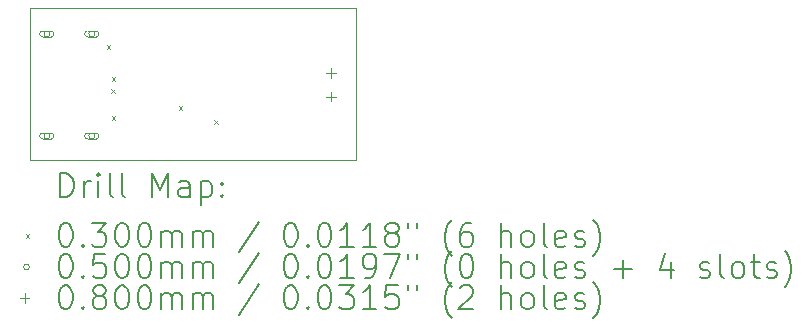
<source format=gbr>
%TF.GenerationSoftware,KiCad,Pcbnew,8.0.8*%
%TF.CreationDate,2025-02-05T16:41:27+08:00*%
%TF.ProjectId,5V24VBoostUp(USBC),35563234-5642-46f6-9f73-745570285553,rev?*%
%TF.SameCoordinates,Original*%
%TF.FileFunction,Drillmap*%
%TF.FilePolarity,Positive*%
%FSLAX45Y45*%
G04 Gerber Fmt 4.5, Leading zero omitted, Abs format (unit mm)*
G04 Created by KiCad (PCBNEW 8.0.8) date 2025-02-05 16:41:27*
%MOMM*%
%LPD*%
G01*
G04 APERTURE LIST*
%ADD10C,0.050000*%
%ADD11C,0.200000*%
%ADD12C,0.100000*%
G04 APERTURE END LIST*
D10*
X11064240Y-8666480D02*
X13827760Y-8666480D01*
X13827760Y-9951720D01*
X11064240Y-9951720D01*
X11064240Y-8666480D01*
D11*
D12*
X11717260Y-8981680D02*
X11747260Y-9011680D01*
X11747260Y-8981680D02*
X11717260Y-9011680D01*
X11755360Y-9352520D02*
X11785360Y-9382520D01*
X11785360Y-9352520D02*
X11755360Y-9382520D01*
X11757900Y-9250920D02*
X11787900Y-9280920D01*
X11787900Y-9250920D02*
X11757900Y-9280920D01*
X11757900Y-9580780D02*
X11787900Y-9610780D01*
X11787900Y-9580780D02*
X11757900Y-9610780D01*
X12326860Y-9497300D02*
X12356860Y-9527300D01*
X12356860Y-9497300D02*
X12326860Y-9527300D01*
X12626580Y-9614140D02*
X12656580Y-9644140D01*
X12656580Y-9614140D02*
X12626580Y-9644140D01*
X11234800Y-8884320D02*
G75*
G02*
X11184800Y-8884320I-25000J0D01*
G01*
X11184800Y-8884320D02*
G75*
G02*
X11234800Y-8884320I25000J0D01*
G01*
X11244800Y-8859320D02*
X11174800Y-8859320D01*
X11174800Y-8909320D02*
G75*
G02*
X11174800Y-8859320I0J25000D01*
G01*
X11174800Y-8909320D02*
X11244800Y-8909320D01*
X11244800Y-8909320D02*
G75*
G03*
X11244800Y-8859320I0J25000D01*
G01*
X11234800Y-9748320D02*
G75*
G02*
X11184800Y-9748320I-25000J0D01*
G01*
X11184800Y-9748320D02*
G75*
G02*
X11234800Y-9748320I25000J0D01*
G01*
X11244800Y-9723320D02*
X11174800Y-9723320D01*
X11174800Y-9773320D02*
G75*
G02*
X11174800Y-9723320I0J25000D01*
G01*
X11174800Y-9773320D02*
X11244800Y-9773320D01*
X11244800Y-9773320D02*
G75*
G03*
X11244800Y-9723320I0J25000D01*
G01*
X11614800Y-8884320D02*
G75*
G02*
X11564800Y-8884320I-25000J0D01*
G01*
X11564800Y-8884320D02*
G75*
G02*
X11614800Y-8884320I25000J0D01*
G01*
X11624800Y-8859320D02*
X11554800Y-8859320D01*
X11554800Y-8909320D02*
G75*
G02*
X11554800Y-8859320I0J25000D01*
G01*
X11554800Y-8909320D02*
X11624800Y-8909320D01*
X11624800Y-8909320D02*
G75*
G03*
X11624800Y-8859320I0J25000D01*
G01*
X11614800Y-9748320D02*
G75*
G02*
X11564800Y-9748320I-25000J0D01*
G01*
X11564800Y-9748320D02*
G75*
G02*
X11614800Y-9748320I25000J0D01*
G01*
X11624800Y-9723320D02*
X11554800Y-9723320D01*
X11554800Y-9773320D02*
G75*
G02*
X11554800Y-9723320I0J25000D01*
G01*
X11554800Y-9773320D02*
X11624800Y-9773320D01*
X11624800Y-9773320D02*
G75*
G03*
X11624800Y-9723320I0J25000D01*
G01*
X13616940Y-9175120D02*
X13616940Y-9255120D01*
X13576940Y-9215120D02*
X13656940Y-9215120D01*
X13616940Y-9375120D02*
X13616940Y-9455120D01*
X13576940Y-9415120D02*
X13656940Y-9415120D01*
D11*
X11322517Y-10265704D02*
X11322517Y-10065704D01*
X11322517Y-10065704D02*
X11370136Y-10065704D01*
X11370136Y-10065704D02*
X11398707Y-10075228D01*
X11398707Y-10075228D02*
X11417755Y-10094275D01*
X11417755Y-10094275D02*
X11427279Y-10113323D01*
X11427279Y-10113323D02*
X11436802Y-10151418D01*
X11436802Y-10151418D02*
X11436802Y-10179990D01*
X11436802Y-10179990D02*
X11427279Y-10218085D01*
X11427279Y-10218085D02*
X11417755Y-10237132D01*
X11417755Y-10237132D02*
X11398707Y-10256180D01*
X11398707Y-10256180D02*
X11370136Y-10265704D01*
X11370136Y-10265704D02*
X11322517Y-10265704D01*
X11522517Y-10265704D02*
X11522517Y-10132370D01*
X11522517Y-10170466D02*
X11532041Y-10151418D01*
X11532041Y-10151418D02*
X11541564Y-10141894D01*
X11541564Y-10141894D02*
X11560612Y-10132370D01*
X11560612Y-10132370D02*
X11579660Y-10132370D01*
X11646326Y-10265704D02*
X11646326Y-10132370D01*
X11646326Y-10065704D02*
X11636802Y-10075228D01*
X11636802Y-10075228D02*
X11646326Y-10084751D01*
X11646326Y-10084751D02*
X11655850Y-10075228D01*
X11655850Y-10075228D02*
X11646326Y-10065704D01*
X11646326Y-10065704D02*
X11646326Y-10084751D01*
X11770136Y-10265704D02*
X11751088Y-10256180D01*
X11751088Y-10256180D02*
X11741564Y-10237132D01*
X11741564Y-10237132D02*
X11741564Y-10065704D01*
X11874898Y-10265704D02*
X11855850Y-10256180D01*
X11855850Y-10256180D02*
X11846326Y-10237132D01*
X11846326Y-10237132D02*
X11846326Y-10065704D01*
X12103469Y-10265704D02*
X12103469Y-10065704D01*
X12103469Y-10065704D02*
X12170136Y-10208561D01*
X12170136Y-10208561D02*
X12236802Y-10065704D01*
X12236802Y-10065704D02*
X12236802Y-10265704D01*
X12417755Y-10265704D02*
X12417755Y-10160942D01*
X12417755Y-10160942D02*
X12408231Y-10141894D01*
X12408231Y-10141894D02*
X12389183Y-10132370D01*
X12389183Y-10132370D02*
X12351088Y-10132370D01*
X12351088Y-10132370D02*
X12332041Y-10141894D01*
X12417755Y-10256180D02*
X12398707Y-10265704D01*
X12398707Y-10265704D02*
X12351088Y-10265704D01*
X12351088Y-10265704D02*
X12332041Y-10256180D01*
X12332041Y-10256180D02*
X12322517Y-10237132D01*
X12322517Y-10237132D02*
X12322517Y-10218085D01*
X12322517Y-10218085D02*
X12332041Y-10199037D01*
X12332041Y-10199037D02*
X12351088Y-10189513D01*
X12351088Y-10189513D02*
X12398707Y-10189513D01*
X12398707Y-10189513D02*
X12417755Y-10179990D01*
X12512993Y-10132370D02*
X12512993Y-10332370D01*
X12512993Y-10141894D02*
X12532041Y-10132370D01*
X12532041Y-10132370D02*
X12570136Y-10132370D01*
X12570136Y-10132370D02*
X12589183Y-10141894D01*
X12589183Y-10141894D02*
X12598707Y-10151418D01*
X12598707Y-10151418D02*
X12608231Y-10170466D01*
X12608231Y-10170466D02*
X12608231Y-10227609D01*
X12608231Y-10227609D02*
X12598707Y-10246656D01*
X12598707Y-10246656D02*
X12589183Y-10256180D01*
X12589183Y-10256180D02*
X12570136Y-10265704D01*
X12570136Y-10265704D02*
X12532041Y-10265704D01*
X12532041Y-10265704D02*
X12512993Y-10256180D01*
X12693945Y-10246656D02*
X12703469Y-10256180D01*
X12703469Y-10256180D02*
X12693945Y-10265704D01*
X12693945Y-10265704D02*
X12684422Y-10256180D01*
X12684422Y-10256180D02*
X12693945Y-10246656D01*
X12693945Y-10246656D02*
X12693945Y-10265704D01*
X12693945Y-10141894D02*
X12703469Y-10151418D01*
X12703469Y-10151418D02*
X12693945Y-10160942D01*
X12693945Y-10160942D02*
X12684422Y-10151418D01*
X12684422Y-10151418D02*
X12693945Y-10141894D01*
X12693945Y-10141894D02*
X12693945Y-10160942D01*
D12*
X11031740Y-10579220D02*
X11061740Y-10609220D01*
X11061740Y-10579220D02*
X11031740Y-10609220D01*
D11*
X11360612Y-10485704D02*
X11379660Y-10485704D01*
X11379660Y-10485704D02*
X11398707Y-10495228D01*
X11398707Y-10495228D02*
X11408231Y-10504751D01*
X11408231Y-10504751D02*
X11417755Y-10523799D01*
X11417755Y-10523799D02*
X11427279Y-10561894D01*
X11427279Y-10561894D02*
X11427279Y-10609513D01*
X11427279Y-10609513D02*
X11417755Y-10647609D01*
X11417755Y-10647609D02*
X11408231Y-10666656D01*
X11408231Y-10666656D02*
X11398707Y-10676180D01*
X11398707Y-10676180D02*
X11379660Y-10685704D01*
X11379660Y-10685704D02*
X11360612Y-10685704D01*
X11360612Y-10685704D02*
X11341564Y-10676180D01*
X11341564Y-10676180D02*
X11332041Y-10666656D01*
X11332041Y-10666656D02*
X11322517Y-10647609D01*
X11322517Y-10647609D02*
X11312993Y-10609513D01*
X11312993Y-10609513D02*
X11312993Y-10561894D01*
X11312993Y-10561894D02*
X11322517Y-10523799D01*
X11322517Y-10523799D02*
X11332041Y-10504751D01*
X11332041Y-10504751D02*
X11341564Y-10495228D01*
X11341564Y-10495228D02*
X11360612Y-10485704D01*
X11512993Y-10666656D02*
X11522517Y-10676180D01*
X11522517Y-10676180D02*
X11512993Y-10685704D01*
X11512993Y-10685704D02*
X11503469Y-10676180D01*
X11503469Y-10676180D02*
X11512993Y-10666656D01*
X11512993Y-10666656D02*
X11512993Y-10685704D01*
X11589183Y-10485704D02*
X11712993Y-10485704D01*
X11712993Y-10485704D02*
X11646326Y-10561894D01*
X11646326Y-10561894D02*
X11674898Y-10561894D01*
X11674898Y-10561894D02*
X11693945Y-10571418D01*
X11693945Y-10571418D02*
X11703469Y-10580942D01*
X11703469Y-10580942D02*
X11712993Y-10599990D01*
X11712993Y-10599990D02*
X11712993Y-10647609D01*
X11712993Y-10647609D02*
X11703469Y-10666656D01*
X11703469Y-10666656D02*
X11693945Y-10676180D01*
X11693945Y-10676180D02*
X11674898Y-10685704D01*
X11674898Y-10685704D02*
X11617755Y-10685704D01*
X11617755Y-10685704D02*
X11598707Y-10676180D01*
X11598707Y-10676180D02*
X11589183Y-10666656D01*
X11836802Y-10485704D02*
X11855850Y-10485704D01*
X11855850Y-10485704D02*
X11874898Y-10495228D01*
X11874898Y-10495228D02*
X11884422Y-10504751D01*
X11884422Y-10504751D02*
X11893945Y-10523799D01*
X11893945Y-10523799D02*
X11903469Y-10561894D01*
X11903469Y-10561894D02*
X11903469Y-10609513D01*
X11903469Y-10609513D02*
X11893945Y-10647609D01*
X11893945Y-10647609D02*
X11884422Y-10666656D01*
X11884422Y-10666656D02*
X11874898Y-10676180D01*
X11874898Y-10676180D02*
X11855850Y-10685704D01*
X11855850Y-10685704D02*
X11836802Y-10685704D01*
X11836802Y-10685704D02*
X11817755Y-10676180D01*
X11817755Y-10676180D02*
X11808231Y-10666656D01*
X11808231Y-10666656D02*
X11798707Y-10647609D01*
X11798707Y-10647609D02*
X11789183Y-10609513D01*
X11789183Y-10609513D02*
X11789183Y-10561894D01*
X11789183Y-10561894D02*
X11798707Y-10523799D01*
X11798707Y-10523799D02*
X11808231Y-10504751D01*
X11808231Y-10504751D02*
X11817755Y-10495228D01*
X11817755Y-10495228D02*
X11836802Y-10485704D01*
X12027279Y-10485704D02*
X12046326Y-10485704D01*
X12046326Y-10485704D02*
X12065374Y-10495228D01*
X12065374Y-10495228D02*
X12074898Y-10504751D01*
X12074898Y-10504751D02*
X12084422Y-10523799D01*
X12084422Y-10523799D02*
X12093945Y-10561894D01*
X12093945Y-10561894D02*
X12093945Y-10609513D01*
X12093945Y-10609513D02*
X12084422Y-10647609D01*
X12084422Y-10647609D02*
X12074898Y-10666656D01*
X12074898Y-10666656D02*
X12065374Y-10676180D01*
X12065374Y-10676180D02*
X12046326Y-10685704D01*
X12046326Y-10685704D02*
X12027279Y-10685704D01*
X12027279Y-10685704D02*
X12008231Y-10676180D01*
X12008231Y-10676180D02*
X11998707Y-10666656D01*
X11998707Y-10666656D02*
X11989183Y-10647609D01*
X11989183Y-10647609D02*
X11979660Y-10609513D01*
X11979660Y-10609513D02*
X11979660Y-10561894D01*
X11979660Y-10561894D02*
X11989183Y-10523799D01*
X11989183Y-10523799D02*
X11998707Y-10504751D01*
X11998707Y-10504751D02*
X12008231Y-10495228D01*
X12008231Y-10495228D02*
X12027279Y-10485704D01*
X12179660Y-10685704D02*
X12179660Y-10552370D01*
X12179660Y-10571418D02*
X12189183Y-10561894D01*
X12189183Y-10561894D02*
X12208231Y-10552370D01*
X12208231Y-10552370D02*
X12236803Y-10552370D01*
X12236803Y-10552370D02*
X12255850Y-10561894D01*
X12255850Y-10561894D02*
X12265374Y-10580942D01*
X12265374Y-10580942D02*
X12265374Y-10685704D01*
X12265374Y-10580942D02*
X12274898Y-10561894D01*
X12274898Y-10561894D02*
X12293945Y-10552370D01*
X12293945Y-10552370D02*
X12322517Y-10552370D01*
X12322517Y-10552370D02*
X12341564Y-10561894D01*
X12341564Y-10561894D02*
X12351088Y-10580942D01*
X12351088Y-10580942D02*
X12351088Y-10685704D01*
X12446326Y-10685704D02*
X12446326Y-10552370D01*
X12446326Y-10571418D02*
X12455850Y-10561894D01*
X12455850Y-10561894D02*
X12474898Y-10552370D01*
X12474898Y-10552370D02*
X12503469Y-10552370D01*
X12503469Y-10552370D02*
X12522517Y-10561894D01*
X12522517Y-10561894D02*
X12532041Y-10580942D01*
X12532041Y-10580942D02*
X12532041Y-10685704D01*
X12532041Y-10580942D02*
X12541564Y-10561894D01*
X12541564Y-10561894D02*
X12560612Y-10552370D01*
X12560612Y-10552370D02*
X12589183Y-10552370D01*
X12589183Y-10552370D02*
X12608231Y-10561894D01*
X12608231Y-10561894D02*
X12617755Y-10580942D01*
X12617755Y-10580942D02*
X12617755Y-10685704D01*
X13008231Y-10476180D02*
X12836803Y-10733323D01*
X13265374Y-10485704D02*
X13284422Y-10485704D01*
X13284422Y-10485704D02*
X13303469Y-10495228D01*
X13303469Y-10495228D02*
X13312993Y-10504751D01*
X13312993Y-10504751D02*
X13322517Y-10523799D01*
X13322517Y-10523799D02*
X13332041Y-10561894D01*
X13332041Y-10561894D02*
X13332041Y-10609513D01*
X13332041Y-10609513D02*
X13322517Y-10647609D01*
X13322517Y-10647609D02*
X13312993Y-10666656D01*
X13312993Y-10666656D02*
X13303469Y-10676180D01*
X13303469Y-10676180D02*
X13284422Y-10685704D01*
X13284422Y-10685704D02*
X13265374Y-10685704D01*
X13265374Y-10685704D02*
X13246326Y-10676180D01*
X13246326Y-10676180D02*
X13236803Y-10666656D01*
X13236803Y-10666656D02*
X13227279Y-10647609D01*
X13227279Y-10647609D02*
X13217755Y-10609513D01*
X13217755Y-10609513D02*
X13217755Y-10561894D01*
X13217755Y-10561894D02*
X13227279Y-10523799D01*
X13227279Y-10523799D02*
X13236803Y-10504751D01*
X13236803Y-10504751D02*
X13246326Y-10495228D01*
X13246326Y-10495228D02*
X13265374Y-10485704D01*
X13417755Y-10666656D02*
X13427279Y-10676180D01*
X13427279Y-10676180D02*
X13417755Y-10685704D01*
X13417755Y-10685704D02*
X13408231Y-10676180D01*
X13408231Y-10676180D02*
X13417755Y-10666656D01*
X13417755Y-10666656D02*
X13417755Y-10685704D01*
X13551088Y-10485704D02*
X13570136Y-10485704D01*
X13570136Y-10485704D02*
X13589184Y-10495228D01*
X13589184Y-10495228D02*
X13598707Y-10504751D01*
X13598707Y-10504751D02*
X13608231Y-10523799D01*
X13608231Y-10523799D02*
X13617755Y-10561894D01*
X13617755Y-10561894D02*
X13617755Y-10609513D01*
X13617755Y-10609513D02*
X13608231Y-10647609D01*
X13608231Y-10647609D02*
X13598707Y-10666656D01*
X13598707Y-10666656D02*
X13589184Y-10676180D01*
X13589184Y-10676180D02*
X13570136Y-10685704D01*
X13570136Y-10685704D02*
X13551088Y-10685704D01*
X13551088Y-10685704D02*
X13532041Y-10676180D01*
X13532041Y-10676180D02*
X13522517Y-10666656D01*
X13522517Y-10666656D02*
X13512993Y-10647609D01*
X13512993Y-10647609D02*
X13503469Y-10609513D01*
X13503469Y-10609513D02*
X13503469Y-10561894D01*
X13503469Y-10561894D02*
X13512993Y-10523799D01*
X13512993Y-10523799D02*
X13522517Y-10504751D01*
X13522517Y-10504751D02*
X13532041Y-10495228D01*
X13532041Y-10495228D02*
X13551088Y-10485704D01*
X13808231Y-10685704D02*
X13693946Y-10685704D01*
X13751088Y-10685704D02*
X13751088Y-10485704D01*
X13751088Y-10485704D02*
X13732041Y-10514275D01*
X13732041Y-10514275D02*
X13712993Y-10533323D01*
X13712993Y-10533323D02*
X13693946Y-10542847D01*
X13998707Y-10685704D02*
X13884422Y-10685704D01*
X13941565Y-10685704D02*
X13941565Y-10485704D01*
X13941565Y-10485704D02*
X13922517Y-10514275D01*
X13922517Y-10514275D02*
X13903469Y-10533323D01*
X13903469Y-10533323D02*
X13884422Y-10542847D01*
X14112993Y-10571418D02*
X14093946Y-10561894D01*
X14093946Y-10561894D02*
X14084422Y-10552370D01*
X14084422Y-10552370D02*
X14074898Y-10533323D01*
X14074898Y-10533323D02*
X14074898Y-10523799D01*
X14074898Y-10523799D02*
X14084422Y-10504751D01*
X14084422Y-10504751D02*
X14093946Y-10495228D01*
X14093946Y-10495228D02*
X14112993Y-10485704D01*
X14112993Y-10485704D02*
X14151088Y-10485704D01*
X14151088Y-10485704D02*
X14170136Y-10495228D01*
X14170136Y-10495228D02*
X14179660Y-10504751D01*
X14179660Y-10504751D02*
X14189184Y-10523799D01*
X14189184Y-10523799D02*
X14189184Y-10533323D01*
X14189184Y-10533323D02*
X14179660Y-10552370D01*
X14179660Y-10552370D02*
X14170136Y-10561894D01*
X14170136Y-10561894D02*
X14151088Y-10571418D01*
X14151088Y-10571418D02*
X14112993Y-10571418D01*
X14112993Y-10571418D02*
X14093946Y-10580942D01*
X14093946Y-10580942D02*
X14084422Y-10590466D01*
X14084422Y-10590466D02*
X14074898Y-10609513D01*
X14074898Y-10609513D02*
X14074898Y-10647609D01*
X14074898Y-10647609D02*
X14084422Y-10666656D01*
X14084422Y-10666656D02*
X14093946Y-10676180D01*
X14093946Y-10676180D02*
X14112993Y-10685704D01*
X14112993Y-10685704D02*
X14151088Y-10685704D01*
X14151088Y-10685704D02*
X14170136Y-10676180D01*
X14170136Y-10676180D02*
X14179660Y-10666656D01*
X14179660Y-10666656D02*
X14189184Y-10647609D01*
X14189184Y-10647609D02*
X14189184Y-10609513D01*
X14189184Y-10609513D02*
X14179660Y-10590466D01*
X14179660Y-10590466D02*
X14170136Y-10580942D01*
X14170136Y-10580942D02*
X14151088Y-10571418D01*
X14265374Y-10485704D02*
X14265374Y-10523799D01*
X14341565Y-10485704D02*
X14341565Y-10523799D01*
X14636803Y-10761894D02*
X14627279Y-10752370D01*
X14627279Y-10752370D02*
X14608231Y-10723799D01*
X14608231Y-10723799D02*
X14598708Y-10704751D01*
X14598708Y-10704751D02*
X14589184Y-10676180D01*
X14589184Y-10676180D02*
X14579660Y-10628561D01*
X14579660Y-10628561D02*
X14579660Y-10590466D01*
X14579660Y-10590466D02*
X14589184Y-10542847D01*
X14589184Y-10542847D02*
X14598708Y-10514275D01*
X14598708Y-10514275D02*
X14608231Y-10495228D01*
X14608231Y-10495228D02*
X14627279Y-10466656D01*
X14627279Y-10466656D02*
X14636803Y-10457132D01*
X14798708Y-10485704D02*
X14760612Y-10485704D01*
X14760612Y-10485704D02*
X14741565Y-10495228D01*
X14741565Y-10495228D02*
X14732041Y-10504751D01*
X14732041Y-10504751D02*
X14712993Y-10533323D01*
X14712993Y-10533323D02*
X14703469Y-10571418D01*
X14703469Y-10571418D02*
X14703469Y-10647609D01*
X14703469Y-10647609D02*
X14712993Y-10666656D01*
X14712993Y-10666656D02*
X14722517Y-10676180D01*
X14722517Y-10676180D02*
X14741565Y-10685704D01*
X14741565Y-10685704D02*
X14779660Y-10685704D01*
X14779660Y-10685704D02*
X14798708Y-10676180D01*
X14798708Y-10676180D02*
X14808231Y-10666656D01*
X14808231Y-10666656D02*
X14817755Y-10647609D01*
X14817755Y-10647609D02*
X14817755Y-10599990D01*
X14817755Y-10599990D02*
X14808231Y-10580942D01*
X14808231Y-10580942D02*
X14798708Y-10571418D01*
X14798708Y-10571418D02*
X14779660Y-10561894D01*
X14779660Y-10561894D02*
X14741565Y-10561894D01*
X14741565Y-10561894D02*
X14722517Y-10571418D01*
X14722517Y-10571418D02*
X14712993Y-10580942D01*
X14712993Y-10580942D02*
X14703469Y-10599990D01*
X15055850Y-10685704D02*
X15055850Y-10485704D01*
X15141565Y-10685704D02*
X15141565Y-10580942D01*
X15141565Y-10580942D02*
X15132041Y-10561894D01*
X15132041Y-10561894D02*
X15112993Y-10552370D01*
X15112993Y-10552370D02*
X15084422Y-10552370D01*
X15084422Y-10552370D02*
X15065374Y-10561894D01*
X15065374Y-10561894D02*
X15055850Y-10571418D01*
X15265374Y-10685704D02*
X15246327Y-10676180D01*
X15246327Y-10676180D02*
X15236803Y-10666656D01*
X15236803Y-10666656D02*
X15227279Y-10647609D01*
X15227279Y-10647609D02*
X15227279Y-10590466D01*
X15227279Y-10590466D02*
X15236803Y-10571418D01*
X15236803Y-10571418D02*
X15246327Y-10561894D01*
X15246327Y-10561894D02*
X15265374Y-10552370D01*
X15265374Y-10552370D02*
X15293946Y-10552370D01*
X15293946Y-10552370D02*
X15312993Y-10561894D01*
X15312993Y-10561894D02*
X15322517Y-10571418D01*
X15322517Y-10571418D02*
X15332041Y-10590466D01*
X15332041Y-10590466D02*
X15332041Y-10647609D01*
X15332041Y-10647609D02*
X15322517Y-10666656D01*
X15322517Y-10666656D02*
X15312993Y-10676180D01*
X15312993Y-10676180D02*
X15293946Y-10685704D01*
X15293946Y-10685704D02*
X15265374Y-10685704D01*
X15446327Y-10685704D02*
X15427279Y-10676180D01*
X15427279Y-10676180D02*
X15417755Y-10657132D01*
X15417755Y-10657132D02*
X15417755Y-10485704D01*
X15598708Y-10676180D02*
X15579660Y-10685704D01*
X15579660Y-10685704D02*
X15541565Y-10685704D01*
X15541565Y-10685704D02*
X15522517Y-10676180D01*
X15522517Y-10676180D02*
X15512993Y-10657132D01*
X15512993Y-10657132D02*
X15512993Y-10580942D01*
X15512993Y-10580942D02*
X15522517Y-10561894D01*
X15522517Y-10561894D02*
X15541565Y-10552370D01*
X15541565Y-10552370D02*
X15579660Y-10552370D01*
X15579660Y-10552370D02*
X15598708Y-10561894D01*
X15598708Y-10561894D02*
X15608231Y-10580942D01*
X15608231Y-10580942D02*
X15608231Y-10599990D01*
X15608231Y-10599990D02*
X15512993Y-10619037D01*
X15684422Y-10676180D02*
X15703470Y-10685704D01*
X15703470Y-10685704D02*
X15741565Y-10685704D01*
X15741565Y-10685704D02*
X15760612Y-10676180D01*
X15760612Y-10676180D02*
X15770136Y-10657132D01*
X15770136Y-10657132D02*
X15770136Y-10647609D01*
X15770136Y-10647609D02*
X15760612Y-10628561D01*
X15760612Y-10628561D02*
X15741565Y-10619037D01*
X15741565Y-10619037D02*
X15712993Y-10619037D01*
X15712993Y-10619037D02*
X15693946Y-10609513D01*
X15693946Y-10609513D02*
X15684422Y-10590466D01*
X15684422Y-10590466D02*
X15684422Y-10580942D01*
X15684422Y-10580942D02*
X15693946Y-10561894D01*
X15693946Y-10561894D02*
X15712993Y-10552370D01*
X15712993Y-10552370D02*
X15741565Y-10552370D01*
X15741565Y-10552370D02*
X15760612Y-10561894D01*
X15836803Y-10761894D02*
X15846327Y-10752370D01*
X15846327Y-10752370D02*
X15865374Y-10723799D01*
X15865374Y-10723799D02*
X15874898Y-10704751D01*
X15874898Y-10704751D02*
X15884422Y-10676180D01*
X15884422Y-10676180D02*
X15893946Y-10628561D01*
X15893946Y-10628561D02*
X15893946Y-10590466D01*
X15893946Y-10590466D02*
X15884422Y-10542847D01*
X15884422Y-10542847D02*
X15874898Y-10514275D01*
X15874898Y-10514275D02*
X15865374Y-10495228D01*
X15865374Y-10495228D02*
X15846327Y-10466656D01*
X15846327Y-10466656D02*
X15836803Y-10457132D01*
D12*
X11061740Y-10858220D02*
G75*
G02*
X11011740Y-10858220I-25000J0D01*
G01*
X11011740Y-10858220D02*
G75*
G02*
X11061740Y-10858220I25000J0D01*
G01*
D11*
X11360612Y-10749704D02*
X11379660Y-10749704D01*
X11379660Y-10749704D02*
X11398707Y-10759228D01*
X11398707Y-10759228D02*
X11408231Y-10768751D01*
X11408231Y-10768751D02*
X11417755Y-10787799D01*
X11417755Y-10787799D02*
X11427279Y-10825894D01*
X11427279Y-10825894D02*
X11427279Y-10873513D01*
X11427279Y-10873513D02*
X11417755Y-10911609D01*
X11417755Y-10911609D02*
X11408231Y-10930656D01*
X11408231Y-10930656D02*
X11398707Y-10940180D01*
X11398707Y-10940180D02*
X11379660Y-10949704D01*
X11379660Y-10949704D02*
X11360612Y-10949704D01*
X11360612Y-10949704D02*
X11341564Y-10940180D01*
X11341564Y-10940180D02*
X11332041Y-10930656D01*
X11332041Y-10930656D02*
X11322517Y-10911609D01*
X11322517Y-10911609D02*
X11312993Y-10873513D01*
X11312993Y-10873513D02*
X11312993Y-10825894D01*
X11312993Y-10825894D02*
X11322517Y-10787799D01*
X11322517Y-10787799D02*
X11332041Y-10768751D01*
X11332041Y-10768751D02*
X11341564Y-10759228D01*
X11341564Y-10759228D02*
X11360612Y-10749704D01*
X11512993Y-10930656D02*
X11522517Y-10940180D01*
X11522517Y-10940180D02*
X11512993Y-10949704D01*
X11512993Y-10949704D02*
X11503469Y-10940180D01*
X11503469Y-10940180D02*
X11512993Y-10930656D01*
X11512993Y-10930656D02*
X11512993Y-10949704D01*
X11703469Y-10749704D02*
X11608231Y-10749704D01*
X11608231Y-10749704D02*
X11598707Y-10844942D01*
X11598707Y-10844942D02*
X11608231Y-10835418D01*
X11608231Y-10835418D02*
X11627279Y-10825894D01*
X11627279Y-10825894D02*
X11674898Y-10825894D01*
X11674898Y-10825894D02*
X11693945Y-10835418D01*
X11693945Y-10835418D02*
X11703469Y-10844942D01*
X11703469Y-10844942D02*
X11712993Y-10863990D01*
X11712993Y-10863990D02*
X11712993Y-10911609D01*
X11712993Y-10911609D02*
X11703469Y-10930656D01*
X11703469Y-10930656D02*
X11693945Y-10940180D01*
X11693945Y-10940180D02*
X11674898Y-10949704D01*
X11674898Y-10949704D02*
X11627279Y-10949704D01*
X11627279Y-10949704D02*
X11608231Y-10940180D01*
X11608231Y-10940180D02*
X11598707Y-10930656D01*
X11836802Y-10749704D02*
X11855850Y-10749704D01*
X11855850Y-10749704D02*
X11874898Y-10759228D01*
X11874898Y-10759228D02*
X11884422Y-10768751D01*
X11884422Y-10768751D02*
X11893945Y-10787799D01*
X11893945Y-10787799D02*
X11903469Y-10825894D01*
X11903469Y-10825894D02*
X11903469Y-10873513D01*
X11903469Y-10873513D02*
X11893945Y-10911609D01*
X11893945Y-10911609D02*
X11884422Y-10930656D01*
X11884422Y-10930656D02*
X11874898Y-10940180D01*
X11874898Y-10940180D02*
X11855850Y-10949704D01*
X11855850Y-10949704D02*
X11836802Y-10949704D01*
X11836802Y-10949704D02*
X11817755Y-10940180D01*
X11817755Y-10940180D02*
X11808231Y-10930656D01*
X11808231Y-10930656D02*
X11798707Y-10911609D01*
X11798707Y-10911609D02*
X11789183Y-10873513D01*
X11789183Y-10873513D02*
X11789183Y-10825894D01*
X11789183Y-10825894D02*
X11798707Y-10787799D01*
X11798707Y-10787799D02*
X11808231Y-10768751D01*
X11808231Y-10768751D02*
X11817755Y-10759228D01*
X11817755Y-10759228D02*
X11836802Y-10749704D01*
X12027279Y-10749704D02*
X12046326Y-10749704D01*
X12046326Y-10749704D02*
X12065374Y-10759228D01*
X12065374Y-10759228D02*
X12074898Y-10768751D01*
X12074898Y-10768751D02*
X12084422Y-10787799D01*
X12084422Y-10787799D02*
X12093945Y-10825894D01*
X12093945Y-10825894D02*
X12093945Y-10873513D01*
X12093945Y-10873513D02*
X12084422Y-10911609D01*
X12084422Y-10911609D02*
X12074898Y-10930656D01*
X12074898Y-10930656D02*
X12065374Y-10940180D01*
X12065374Y-10940180D02*
X12046326Y-10949704D01*
X12046326Y-10949704D02*
X12027279Y-10949704D01*
X12027279Y-10949704D02*
X12008231Y-10940180D01*
X12008231Y-10940180D02*
X11998707Y-10930656D01*
X11998707Y-10930656D02*
X11989183Y-10911609D01*
X11989183Y-10911609D02*
X11979660Y-10873513D01*
X11979660Y-10873513D02*
X11979660Y-10825894D01*
X11979660Y-10825894D02*
X11989183Y-10787799D01*
X11989183Y-10787799D02*
X11998707Y-10768751D01*
X11998707Y-10768751D02*
X12008231Y-10759228D01*
X12008231Y-10759228D02*
X12027279Y-10749704D01*
X12179660Y-10949704D02*
X12179660Y-10816370D01*
X12179660Y-10835418D02*
X12189183Y-10825894D01*
X12189183Y-10825894D02*
X12208231Y-10816370D01*
X12208231Y-10816370D02*
X12236803Y-10816370D01*
X12236803Y-10816370D02*
X12255850Y-10825894D01*
X12255850Y-10825894D02*
X12265374Y-10844942D01*
X12265374Y-10844942D02*
X12265374Y-10949704D01*
X12265374Y-10844942D02*
X12274898Y-10825894D01*
X12274898Y-10825894D02*
X12293945Y-10816370D01*
X12293945Y-10816370D02*
X12322517Y-10816370D01*
X12322517Y-10816370D02*
X12341564Y-10825894D01*
X12341564Y-10825894D02*
X12351088Y-10844942D01*
X12351088Y-10844942D02*
X12351088Y-10949704D01*
X12446326Y-10949704D02*
X12446326Y-10816370D01*
X12446326Y-10835418D02*
X12455850Y-10825894D01*
X12455850Y-10825894D02*
X12474898Y-10816370D01*
X12474898Y-10816370D02*
X12503469Y-10816370D01*
X12503469Y-10816370D02*
X12522517Y-10825894D01*
X12522517Y-10825894D02*
X12532041Y-10844942D01*
X12532041Y-10844942D02*
X12532041Y-10949704D01*
X12532041Y-10844942D02*
X12541564Y-10825894D01*
X12541564Y-10825894D02*
X12560612Y-10816370D01*
X12560612Y-10816370D02*
X12589183Y-10816370D01*
X12589183Y-10816370D02*
X12608231Y-10825894D01*
X12608231Y-10825894D02*
X12617755Y-10844942D01*
X12617755Y-10844942D02*
X12617755Y-10949704D01*
X13008231Y-10740180D02*
X12836803Y-10997323D01*
X13265374Y-10749704D02*
X13284422Y-10749704D01*
X13284422Y-10749704D02*
X13303469Y-10759228D01*
X13303469Y-10759228D02*
X13312993Y-10768751D01*
X13312993Y-10768751D02*
X13322517Y-10787799D01*
X13322517Y-10787799D02*
X13332041Y-10825894D01*
X13332041Y-10825894D02*
X13332041Y-10873513D01*
X13332041Y-10873513D02*
X13322517Y-10911609D01*
X13322517Y-10911609D02*
X13312993Y-10930656D01*
X13312993Y-10930656D02*
X13303469Y-10940180D01*
X13303469Y-10940180D02*
X13284422Y-10949704D01*
X13284422Y-10949704D02*
X13265374Y-10949704D01*
X13265374Y-10949704D02*
X13246326Y-10940180D01*
X13246326Y-10940180D02*
X13236803Y-10930656D01*
X13236803Y-10930656D02*
X13227279Y-10911609D01*
X13227279Y-10911609D02*
X13217755Y-10873513D01*
X13217755Y-10873513D02*
X13217755Y-10825894D01*
X13217755Y-10825894D02*
X13227279Y-10787799D01*
X13227279Y-10787799D02*
X13236803Y-10768751D01*
X13236803Y-10768751D02*
X13246326Y-10759228D01*
X13246326Y-10759228D02*
X13265374Y-10749704D01*
X13417755Y-10930656D02*
X13427279Y-10940180D01*
X13427279Y-10940180D02*
X13417755Y-10949704D01*
X13417755Y-10949704D02*
X13408231Y-10940180D01*
X13408231Y-10940180D02*
X13417755Y-10930656D01*
X13417755Y-10930656D02*
X13417755Y-10949704D01*
X13551088Y-10749704D02*
X13570136Y-10749704D01*
X13570136Y-10749704D02*
X13589184Y-10759228D01*
X13589184Y-10759228D02*
X13598707Y-10768751D01*
X13598707Y-10768751D02*
X13608231Y-10787799D01*
X13608231Y-10787799D02*
X13617755Y-10825894D01*
X13617755Y-10825894D02*
X13617755Y-10873513D01*
X13617755Y-10873513D02*
X13608231Y-10911609D01*
X13608231Y-10911609D02*
X13598707Y-10930656D01*
X13598707Y-10930656D02*
X13589184Y-10940180D01*
X13589184Y-10940180D02*
X13570136Y-10949704D01*
X13570136Y-10949704D02*
X13551088Y-10949704D01*
X13551088Y-10949704D02*
X13532041Y-10940180D01*
X13532041Y-10940180D02*
X13522517Y-10930656D01*
X13522517Y-10930656D02*
X13512993Y-10911609D01*
X13512993Y-10911609D02*
X13503469Y-10873513D01*
X13503469Y-10873513D02*
X13503469Y-10825894D01*
X13503469Y-10825894D02*
X13512993Y-10787799D01*
X13512993Y-10787799D02*
X13522517Y-10768751D01*
X13522517Y-10768751D02*
X13532041Y-10759228D01*
X13532041Y-10759228D02*
X13551088Y-10749704D01*
X13808231Y-10949704D02*
X13693946Y-10949704D01*
X13751088Y-10949704D02*
X13751088Y-10749704D01*
X13751088Y-10749704D02*
X13732041Y-10778275D01*
X13732041Y-10778275D02*
X13712993Y-10797323D01*
X13712993Y-10797323D02*
X13693946Y-10806847D01*
X13903469Y-10949704D02*
X13941565Y-10949704D01*
X13941565Y-10949704D02*
X13960612Y-10940180D01*
X13960612Y-10940180D02*
X13970136Y-10930656D01*
X13970136Y-10930656D02*
X13989184Y-10902085D01*
X13989184Y-10902085D02*
X13998707Y-10863990D01*
X13998707Y-10863990D02*
X13998707Y-10787799D01*
X13998707Y-10787799D02*
X13989184Y-10768751D01*
X13989184Y-10768751D02*
X13979660Y-10759228D01*
X13979660Y-10759228D02*
X13960612Y-10749704D01*
X13960612Y-10749704D02*
X13922517Y-10749704D01*
X13922517Y-10749704D02*
X13903469Y-10759228D01*
X13903469Y-10759228D02*
X13893946Y-10768751D01*
X13893946Y-10768751D02*
X13884422Y-10787799D01*
X13884422Y-10787799D02*
X13884422Y-10835418D01*
X13884422Y-10835418D02*
X13893946Y-10854466D01*
X13893946Y-10854466D02*
X13903469Y-10863990D01*
X13903469Y-10863990D02*
X13922517Y-10873513D01*
X13922517Y-10873513D02*
X13960612Y-10873513D01*
X13960612Y-10873513D02*
X13979660Y-10863990D01*
X13979660Y-10863990D02*
X13989184Y-10854466D01*
X13989184Y-10854466D02*
X13998707Y-10835418D01*
X14065374Y-10749704D02*
X14198707Y-10749704D01*
X14198707Y-10749704D02*
X14112993Y-10949704D01*
X14265374Y-10749704D02*
X14265374Y-10787799D01*
X14341565Y-10749704D02*
X14341565Y-10787799D01*
X14636803Y-11025894D02*
X14627279Y-11016370D01*
X14627279Y-11016370D02*
X14608231Y-10987799D01*
X14608231Y-10987799D02*
X14598708Y-10968751D01*
X14598708Y-10968751D02*
X14589184Y-10940180D01*
X14589184Y-10940180D02*
X14579660Y-10892561D01*
X14579660Y-10892561D02*
X14579660Y-10854466D01*
X14579660Y-10854466D02*
X14589184Y-10806847D01*
X14589184Y-10806847D02*
X14598708Y-10778275D01*
X14598708Y-10778275D02*
X14608231Y-10759228D01*
X14608231Y-10759228D02*
X14627279Y-10730656D01*
X14627279Y-10730656D02*
X14636803Y-10721132D01*
X14751088Y-10749704D02*
X14770136Y-10749704D01*
X14770136Y-10749704D02*
X14789184Y-10759228D01*
X14789184Y-10759228D02*
X14798708Y-10768751D01*
X14798708Y-10768751D02*
X14808231Y-10787799D01*
X14808231Y-10787799D02*
X14817755Y-10825894D01*
X14817755Y-10825894D02*
X14817755Y-10873513D01*
X14817755Y-10873513D02*
X14808231Y-10911609D01*
X14808231Y-10911609D02*
X14798708Y-10930656D01*
X14798708Y-10930656D02*
X14789184Y-10940180D01*
X14789184Y-10940180D02*
X14770136Y-10949704D01*
X14770136Y-10949704D02*
X14751088Y-10949704D01*
X14751088Y-10949704D02*
X14732041Y-10940180D01*
X14732041Y-10940180D02*
X14722517Y-10930656D01*
X14722517Y-10930656D02*
X14712993Y-10911609D01*
X14712993Y-10911609D02*
X14703469Y-10873513D01*
X14703469Y-10873513D02*
X14703469Y-10825894D01*
X14703469Y-10825894D02*
X14712993Y-10787799D01*
X14712993Y-10787799D02*
X14722517Y-10768751D01*
X14722517Y-10768751D02*
X14732041Y-10759228D01*
X14732041Y-10759228D02*
X14751088Y-10749704D01*
X15055850Y-10949704D02*
X15055850Y-10749704D01*
X15141565Y-10949704D02*
X15141565Y-10844942D01*
X15141565Y-10844942D02*
X15132041Y-10825894D01*
X15132041Y-10825894D02*
X15112993Y-10816370D01*
X15112993Y-10816370D02*
X15084422Y-10816370D01*
X15084422Y-10816370D02*
X15065374Y-10825894D01*
X15065374Y-10825894D02*
X15055850Y-10835418D01*
X15265374Y-10949704D02*
X15246327Y-10940180D01*
X15246327Y-10940180D02*
X15236803Y-10930656D01*
X15236803Y-10930656D02*
X15227279Y-10911609D01*
X15227279Y-10911609D02*
X15227279Y-10854466D01*
X15227279Y-10854466D02*
X15236803Y-10835418D01*
X15236803Y-10835418D02*
X15246327Y-10825894D01*
X15246327Y-10825894D02*
X15265374Y-10816370D01*
X15265374Y-10816370D02*
X15293946Y-10816370D01*
X15293946Y-10816370D02*
X15312993Y-10825894D01*
X15312993Y-10825894D02*
X15322517Y-10835418D01*
X15322517Y-10835418D02*
X15332041Y-10854466D01*
X15332041Y-10854466D02*
X15332041Y-10911609D01*
X15332041Y-10911609D02*
X15322517Y-10930656D01*
X15322517Y-10930656D02*
X15312993Y-10940180D01*
X15312993Y-10940180D02*
X15293946Y-10949704D01*
X15293946Y-10949704D02*
X15265374Y-10949704D01*
X15446327Y-10949704D02*
X15427279Y-10940180D01*
X15427279Y-10940180D02*
X15417755Y-10921132D01*
X15417755Y-10921132D02*
X15417755Y-10749704D01*
X15598708Y-10940180D02*
X15579660Y-10949704D01*
X15579660Y-10949704D02*
X15541565Y-10949704D01*
X15541565Y-10949704D02*
X15522517Y-10940180D01*
X15522517Y-10940180D02*
X15512993Y-10921132D01*
X15512993Y-10921132D02*
X15512993Y-10844942D01*
X15512993Y-10844942D02*
X15522517Y-10825894D01*
X15522517Y-10825894D02*
X15541565Y-10816370D01*
X15541565Y-10816370D02*
X15579660Y-10816370D01*
X15579660Y-10816370D02*
X15598708Y-10825894D01*
X15598708Y-10825894D02*
X15608231Y-10844942D01*
X15608231Y-10844942D02*
X15608231Y-10863990D01*
X15608231Y-10863990D02*
X15512993Y-10883037D01*
X15684422Y-10940180D02*
X15703470Y-10949704D01*
X15703470Y-10949704D02*
X15741565Y-10949704D01*
X15741565Y-10949704D02*
X15760612Y-10940180D01*
X15760612Y-10940180D02*
X15770136Y-10921132D01*
X15770136Y-10921132D02*
X15770136Y-10911609D01*
X15770136Y-10911609D02*
X15760612Y-10892561D01*
X15760612Y-10892561D02*
X15741565Y-10883037D01*
X15741565Y-10883037D02*
X15712993Y-10883037D01*
X15712993Y-10883037D02*
X15693946Y-10873513D01*
X15693946Y-10873513D02*
X15684422Y-10854466D01*
X15684422Y-10854466D02*
X15684422Y-10844942D01*
X15684422Y-10844942D02*
X15693946Y-10825894D01*
X15693946Y-10825894D02*
X15712993Y-10816370D01*
X15712993Y-10816370D02*
X15741565Y-10816370D01*
X15741565Y-10816370D02*
X15760612Y-10825894D01*
X16008232Y-10873513D02*
X16160613Y-10873513D01*
X16084422Y-10949704D02*
X16084422Y-10797323D01*
X16493946Y-10816370D02*
X16493946Y-10949704D01*
X16446327Y-10740180D02*
X16398708Y-10883037D01*
X16398708Y-10883037D02*
X16522517Y-10883037D01*
X16741565Y-10940180D02*
X16760613Y-10949704D01*
X16760613Y-10949704D02*
X16798708Y-10949704D01*
X16798708Y-10949704D02*
X16817756Y-10940180D01*
X16817756Y-10940180D02*
X16827279Y-10921132D01*
X16827279Y-10921132D02*
X16827279Y-10911609D01*
X16827279Y-10911609D02*
X16817756Y-10892561D01*
X16817756Y-10892561D02*
X16798708Y-10883037D01*
X16798708Y-10883037D02*
X16770136Y-10883037D01*
X16770136Y-10883037D02*
X16751089Y-10873513D01*
X16751089Y-10873513D02*
X16741565Y-10854466D01*
X16741565Y-10854466D02*
X16741565Y-10844942D01*
X16741565Y-10844942D02*
X16751089Y-10825894D01*
X16751089Y-10825894D02*
X16770136Y-10816370D01*
X16770136Y-10816370D02*
X16798708Y-10816370D01*
X16798708Y-10816370D02*
X16817756Y-10825894D01*
X16941565Y-10949704D02*
X16922517Y-10940180D01*
X16922517Y-10940180D02*
X16912994Y-10921132D01*
X16912994Y-10921132D02*
X16912994Y-10749704D01*
X17046327Y-10949704D02*
X17027279Y-10940180D01*
X17027279Y-10940180D02*
X17017756Y-10930656D01*
X17017756Y-10930656D02*
X17008232Y-10911609D01*
X17008232Y-10911609D02*
X17008232Y-10854466D01*
X17008232Y-10854466D02*
X17017756Y-10835418D01*
X17017756Y-10835418D02*
X17027279Y-10825894D01*
X17027279Y-10825894D02*
X17046327Y-10816370D01*
X17046327Y-10816370D02*
X17074898Y-10816370D01*
X17074898Y-10816370D02*
X17093946Y-10825894D01*
X17093946Y-10825894D02*
X17103470Y-10835418D01*
X17103470Y-10835418D02*
X17112994Y-10854466D01*
X17112994Y-10854466D02*
X17112994Y-10911609D01*
X17112994Y-10911609D02*
X17103470Y-10930656D01*
X17103470Y-10930656D02*
X17093946Y-10940180D01*
X17093946Y-10940180D02*
X17074898Y-10949704D01*
X17074898Y-10949704D02*
X17046327Y-10949704D01*
X17170137Y-10816370D02*
X17246327Y-10816370D01*
X17198708Y-10749704D02*
X17198708Y-10921132D01*
X17198708Y-10921132D02*
X17208232Y-10940180D01*
X17208232Y-10940180D02*
X17227279Y-10949704D01*
X17227279Y-10949704D02*
X17246327Y-10949704D01*
X17303470Y-10940180D02*
X17322517Y-10949704D01*
X17322517Y-10949704D02*
X17360613Y-10949704D01*
X17360613Y-10949704D02*
X17379660Y-10940180D01*
X17379660Y-10940180D02*
X17389184Y-10921132D01*
X17389184Y-10921132D02*
X17389184Y-10911609D01*
X17389184Y-10911609D02*
X17379660Y-10892561D01*
X17379660Y-10892561D02*
X17360613Y-10883037D01*
X17360613Y-10883037D02*
X17332041Y-10883037D01*
X17332041Y-10883037D02*
X17312994Y-10873513D01*
X17312994Y-10873513D02*
X17303470Y-10854466D01*
X17303470Y-10854466D02*
X17303470Y-10844942D01*
X17303470Y-10844942D02*
X17312994Y-10825894D01*
X17312994Y-10825894D02*
X17332041Y-10816370D01*
X17332041Y-10816370D02*
X17360613Y-10816370D01*
X17360613Y-10816370D02*
X17379660Y-10825894D01*
X17455851Y-11025894D02*
X17465375Y-11016370D01*
X17465375Y-11016370D02*
X17484422Y-10987799D01*
X17484422Y-10987799D02*
X17493946Y-10968751D01*
X17493946Y-10968751D02*
X17503470Y-10940180D01*
X17503470Y-10940180D02*
X17512994Y-10892561D01*
X17512994Y-10892561D02*
X17512994Y-10854466D01*
X17512994Y-10854466D02*
X17503470Y-10806847D01*
X17503470Y-10806847D02*
X17493946Y-10778275D01*
X17493946Y-10778275D02*
X17484422Y-10759228D01*
X17484422Y-10759228D02*
X17465375Y-10730656D01*
X17465375Y-10730656D02*
X17455851Y-10721132D01*
D12*
X11021740Y-11082220D02*
X11021740Y-11162220D01*
X10981740Y-11122220D02*
X11061740Y-11122220D01*
D11*
X11360612Y-11013704D02*
X11379660Y-11013704D01*
X11379660Y-11013704D02*
X11398707Y-11023228D01*
X11398707Y-11023228D02*
X11408231Y-11032751D01*
X11408231Y-11032751D02*
X11417755Y-11051799D01*
X11417755Y-11051799D02*
X11427279Y-11089894D01*
X11427279Y-11089894D02*
X11427279Y-11137513D01*
X11427279Y-11137513D02*
X11417755Y-11175609D01*
X11417755Y-11175609D02*
X11408231Y-11194656D01*
X11408231Y-11194656D02*
X11398707Y-11204180D01*
X11398707Y-11204180D02*
X11379660Y-11213704D01*
X11379660Y-11213704D02*
X11360612Y-11213704D01*
X11360612Y-11213704D02*
X11341564Y-11204180D01*
X11341564Y-11204180D02*
X11332041Y-11194656D01*
X11332041Y-11194656D02*
X11322517Y-11175609D01*
X11322517Y-11175609D02*
X11312993Y-11137513D01*
X11312993Y-11137513D02*
X11312993Y-11089894D01*
X11312993Y-11089894D02*
X11322517Y-11051799D01*
X11322517Y-11051799D02*
X11332041Y-11032751D01*
X11332041Y-11032751D02*
X11341564Y-11023228D01*
X11341564Y-11023228D02*
X11360612Y-11013704D01*
X11512993Y-11194656D02*
X11522517Y-11204180D01*
X11522517Y-11204180D02*
X11512993Y-11213704D01*
X11512993Y-11213704D02*
X11503469Y-11204180D01*
X11503469Y-11204180D02*
X11512993Y-11194656D01*
X11512993Y-11194656D02*
X11512993Y-11213704D01*
X11636802Y-11099418D02*
X11617755Y-11089894D01*
X11617755Y-11089894D02*
X11608231Y-11080370D01*
X11608231Y-11080370D02*
X11598707Y-11061323D01*
X11598707Y-11061323D02*
X11598707Y-11051799D01*
X11598707Y-11051799D02*
X11608231Y-11032751D01*
X11608231Y-11032751D02*
X11617755Y-11023228D01*
X11617755Y-11023228D02*
X11636802Y-11013704D01*
X11636802Y-11013704D02*
X11674898Y-11013704D01*
X11674898Y-11013704D02*
X11693945Y-11023228D01*
X11693945Y-11023228D02*
X11703469Y-11032751D01*
X11703469Y-11032751D02*
X11712993Y-11051799D01*
X11712993Y-11051799D02*
X11712993Y-11061323D01*
X11712993Y-11061323D02*
X11703469Y-11080370D01*
X11703469Y-11080370D02*
X11693945Y-11089894D01*
X11693945Y-11089894D02*
X11674898Y-11099418D01*
X11674898Y-11099418D02*
X11636802Y-11099418D01*
X11636802Y-11099418D02*
X11617755Y-11108942D01*
X11617755Y-11108942D02*
X11608231Y-11118466D01*
X11608231Y-11118466D02*
X11598707Y-11137513D01*
X11598707Y-11137513D02*
X11598707Y-11175609D01*
X11598707Y-11175609D02*
X11608231Y-11194656D01*
X11608231Y-11194656D02*
X11617755Y-11204180D01*
X11617755Y-11204180D02*
X11636802Y-11213704D01*
X11636802Y-11213704D02*
X11674898Y-11213704D01*
X11674898Y-11213704D02*
X11693945Y-11204180D01*
X11693945Y-11204180D02*
X11703469Y-11194656D01*
X11703469Y-11194656D02*
X11712993Y-11175609D01*
X11712993Y-11175609D02*
X11712993Y-11137513D01*
X11712993Y-11137513D02*
X11703469Y-11118466D01*
X11703469Y-11118466D02*
X11693945Y-11108942D01*
X11693945Y-11108942D02*
X11674898Y-11099418D01*
X11836802Y-11013704D02*
X11855850Y-11013704D01*
X11855850Y-11013704D02*
X11874898Y-11023228D01*
X11874898Y-11023228D02*
X11884422Y-11032751D01*
X11884422Y-11032751D02*
X11893945Y-11051799D01*
X11893945Y-11051799D02*
X11903469Y-11089894D01*
X11903469Y-11089894D02*
X11903469Y-11137513D01*
X11903469Y-11137513D02*
X11893945Y-11175609D01*
X11893945Y-11175609D02*
X11884422Y-11194656D01*
X11884422Y-11194656D02*
X11874898Y-11204180D01*
X11874898Y-11204180D02*
X11855850Y-11213704D01*
X11855850Y-11213704D02*
X11836802Y-11213704D01*
X11836802Y-11213704D02*
X11817755Y-11204180D01*
X11817755Y-11204180D02*
X11808231Y-11194656D01*
X11808231Y-11194656D02*
X11798707Y-11175609D01*
X11798707Y-11175609D02*
X11789183Y-11137513D01*
X11789183Y-11137513D02*
X11789183Y-11089894D01*
X11789183Y-11089894D02*
X11798707Y-11051799D01*
X11798707Y-11051799D02*
X11808231Y-11032751D01*
X11808231Y-11032751D02*
X11817755Y-11023228D01*
X11817755Y-11023228D02*
X11836802Y-11013704D01*
X12027279Y-11013704D02*
X12046326Y-11013704D01*
X12046326Y-11013704D02*
X12065374Y-11023228D01*
X12065374Y-11023228D02*
X12074898Y-11032751D01*
X12074898Y-11032751D02*
X12084422Y-11051799D01*
X12084422Y-11051799D02*
X12093945Y-11089894D01*
X12093945Y-11089894D02*
X12093945Y-11137513D01*
X12093945Y-11137513D02*
X12084422Y-11175609D01*
X12084422Y-11175609D02*
X12074898Y-11194656D01*
X12074898Y-11194656D02*
X12065374Y-11204180D01*
X12065374Y-11204180D02*
X12046326Y-11213704D01*
X12046326Y-11213704D02*
X12027279Y-11213704D01*
X12027279Y-11213704D02*
X12008231Y-11204180D01*
X12008231Y-11204180D02*
X11998707Y-11194656D01*
X11998707Y-11194656D02*
X11989183Y-11175609D01*
X11989183Y-11175609D02*
X11979660Y-11137513D01*
X11979660Y-11137513D02*
X11979660Y-11089894D01*
X11979660Y-11089894D02*
X11989183Y-11051799D01*
X11989183Y-11051799D02*
X11998707Y-11032751D01*
X11998707Y-11032751D02*
X12008231Y-11023228D01*
X12008231Y-11023228D02*
X12027279Y-11013704D01*
X12179660Y-11213704D02*
X12179660Y-11080370D01*
X12179660Y-11099418D02*
X12189183Y-11089894D01*
X12189183Y-11089894D02*
X12208231Y-11080370D01*
X12208231Y-11080370D02*
X12236803Y-11080370D01*
X12236803Y-11080370D02*
X12255850Y-11089894D01*
X12255850Y-11089894D02*
X12265374Y-11108942D01*
X12265374Y-11108942D02*
X12265374Y-11213704D01*
X12265374Y-11108942D02*
X12274898Y-11089894D01*
X12274898Y-11089894D02*
X12293945Y-11080370D01*
X12293945Y-11080370D02*
X12322517Y-11080370D01*
X12322517Y-11080370D02*
X12341564Y-11089894D01*
X12341564Y-11089894D02*
X12351088Y-11108942D01*
X12351088Y-11108942D02*
X12351088Y-11213704D01*
X12446326Y-11213704D02*
X12446326Y-11080370D01*
X12446326Y-11099418D02*
X12455850Y-11089894D01*
X12455850Y-11089894D02*
X12474898Y-11080370D01*
X12474898Y-11080370D02*
X12503469Y-11080370D01*
X12503469Y-11080370D02*
X12522517Y-11089894D01*
X12522517Y-11089894D02*
X12532041Y-11108942D01*
X12532041Y-11108942D02*
X12532041Y-11213704D01*
X12532041Y-11108942D02*
X12541564Y-11089894D01*
X12541564Y-11089894D02*
X12560612Y-11080370D01*
X12560612Y-11080370D02*
X12589183Y-11080370D01*
X12589183Y-11080370D02*
X12608231Y-11089894D01*
X12608231Y-11089894D02*
X12617755Y-11108942D01*
X12617755Y-11108942D02*
X12617755Y-11213704D01*
X13008231Y-11004180D02*
X12836803Y-11261323D01*
X13265374Y-11013704D02*
X13284422Y-11013704D01*
X13284422Y-11013704D02*
X13303469Y-11023228D01*
X13303469Y-11023228D02*
X13312993Y-11032751D01*
X13312993Y-11032751D02*
X13322517Y-11051799D01*
X13322517Y-11051799D02*
X13332041Y-11089894D01*
X13332041Y-11089894D02*
X13332041Y-11137513D01*
X13332041Y-11137513D02*
X13322517Y-11175609D01*
X13322517Y-11175609D02*
X13312993Y-11194656D01*
X13312993Y-11194656D02*
X13303469Y-11204180D01*
X13303469Y-11204180D02*
X13284422Y-11213704D01*
X13284422Y-11213704D02*
X13265374Y-11213704D01*
X13265374Y-11213704D02*
X13246326Y-11204180D01*
X13246326Y-11204180D02*
X13236803Y-11194656D01*
X13236803Y-11194656D02*
X13227279Y-11175609D01*
X13227279Y-11175609D02*
X13217755Y-11137513D01*
X13217755Y-11137513D02*
X13217755Y-11089894D01*
X13217755Y-11089894D02*
X13227279Y-11051799D01*
X13227279Y-11051799D02*
X13236803Y-11032751D01*
X13236803Y-11032751D02*
X13246326Y-11023228D01*
X13246326Y-11023228D02*
X13265374Y-11013704D01*
X13417755Y-11194656D02*
X13427279Y-11204180D01*
X13427279Y-11204180D02*
X13417755Y-11213704D01*
X13417755Y-11213704D02*
X13408231Y-11204180D01*
X13408231Y-11204180D02*
X13417755Y-11194656D01*
X13417755Y-11194656D02*
X13417755Y-11213704D01*
X13551088Y-11013704D02*
X13570136Y-11013704D01*
X13570136Y-11013704D02*
X13589184Y-11023228D01*
X13589184Y-11023228D02*
X13598707Y-11032751D01*
X13598707Y-11032751D02*
X13608231Y-11051799D01*
X13608231Y-11051799D02*
X13617755Y-11089894D01*
X13617755Y-11089894D02*
X13617755Y-11137513D01*
X13617755Y-11137513D02*
X13608231Y-11175609D01*
X13608231Y-11175609D02*
X13598707Y-11194656D01*
X13598707Y-11194656D02*
X13589184Y-11204180D01*
X13589184Y-11204180D02*
X13570136Y-11213704D01*
X13570136Y-11213704D02*
X13551088Y-11213704D01*
X13551088Y-11213704D02*
X13532041Y-11204180D01*
X13532041Y-11204180D02*
X13522517Y-11194656D01*
X13522517Y-11194656D02*
X13512993Y-11175609D01*
X13512993Y-11175609D02*
X13503469Y-11137513D01*
X13503469Y-11137513D02*
X13503469Y-11089894D01*
X13503469Y-11089894D02*
X13512993Y-11051799D01*
X13512993Y-11051799D02*
X13522517Y-11032751D01*
X13522517Y-11032751D02*
X13532041Y-11023228D01*
X13532041Y-11023228D02*
X13551088Y-11013704D01*
X13684422Y-11013704D02*
X13808231Y-11013704D01*
X13808231Y-11013704D02*
X13741565Y-11089894D01*
X13741565Y-11089894D02*
X13770136Y-11089894D01*
X13770136Y-11089894D02*
X13789184Y-11099418D01*
X13789184Y-11099418D02*
X13798707Y-11108942D01*
X13798707Y-11108942D02*
X13808231Y-11127990D01*
X13808231Y-11127990D02*
X13808231Y-11175609D01*
X13808231Y-11175609D02*
X13798707Y-11194656D01*
X13798707Y-11194656D02*
X13789184Y-11204180D01*
X13789184Y-11204180D02*
X13770136Y-11213704D01*
X13770136Y-11213704D02*
X13712993Y-11213704D01*
X13712993Y-11213704D02*
X13693946Y-11204180D01*
X13693946Y-11204180D02*
X13684422Y-11194656D01*
X13998707Y-11213704D02*
X13884422Y-11213704D01*
X13941565Y-11213704D02*
X13941565Y-11013704D01*
X13941565Y-11013704D02*
X13922517Y-11042275D01*
X13922517Y-11042275D02*
X13903469Y-11061323D01*
X13903469Y-11061323D02*
X13884422Y-11070847D01*
X14179660Y-11013704D02*
X14084422Y-11013704D01*
X14084422Y-11013704D02*
X14074898Y-11108942D01*
X14074898Y-11108942D02*
X14084422Y-11099418D01*
X14084422Y-11099418D02*
X14103469Y-11089894D01*
X14103469Y-11089894D02*
X14151088Y-11089894D01*
X14151088Y-11089894D02*
X14170136Y-11099418D01*
X14170136Y-11099418D02*
X14179660Y-11108942D01*
X14179660Y-11108942D02*
X14189184Y-11127990D01*
X14189184Y-11127990D02*
X14189184Y-11175609D01*
X14189184Y-11175609D02*
X14179660Y-11194656D01*
X14179660Y-11194656D02*
X14170136Y-11204180D01*
X14170136Y-11204180D02*
X14151088Y-11213704D01*
X14151088Y-11213704D02*
X14103469Y-11213704D01*
X14103469Y-11213704D02*
X14084422Y-11204180D01*
X14084422Y-11204180D02*
X14074898Y-11194656D01*
X14265374Y-11013704D02*
X14265374Y-11051799D01*
X14341565Y-11013704D02*
X14341565Y-11051799D01*
X14636803Y-11289894D02*
X14627279Y-11280370D01*
X14627279Y-11280370D02*
X14608231Y-11251799D01*
X14608231Y-11251799D02*
X14598708Y-11232751D01*
X14598708Y-11232751D02*
X14589184Y-11204180D01*
X14589184Y-11204180D02*
X14579660Y-11156561D01*
X14579660Y-11156561D02*
X14579660Y-11118466D01*
X14579660Y-11118466D02*
X14589184Y-11070847D01*
X14589184Y-11070847D02*
X14598708Y-11042275D01*
X14598708Y-11042275D02*
X14608231Y-11023228D01*
X14608231Y-11023228D02*
X14627279Y-10994656D01*
X14627279Y-10994656D02*
X14636803Y-10985132D01*
X14703469Y-11032751D02*
X14712993Y-11023228D01*
X14712993Y-11023228D02*
X14732041Y-11013704D01*
X14732041Y-11013704D02*
X14779660Y-11013704D01*
X14779660Y-11013704D02*
X14798708Y-11023228D01*
X14798708Y-11023228D02*
X14808231Y-11032751D01*
X14808231Y-11032751D02*
X14817755Y-11051799D01*
X14817755Y-11051799D02*
X14817755Y-11070847D01*
X14817755Y-11070847D02*
X14808231Y-11099418D01*
X14808231Y-11099418D02*
X14693946Y-11213704D01*
X14693946Y-11213704D02*
X14817755Y-11213704D01*
X15055850Y-11213704D02*
X15055850Y-11013704D01*
X15141565Y-11213704D02*
X15141565Y-11108942D01*
X15141565Y-11108942D02*
X15132041Y-11089894D01*
X15132041Y-11089894D02*
X15112993Y-11080370D01*
X15112993Y-11080370D02*
X15084422Y-11080370D01*
X15084422Y-11080370D02*
X15065374Y-11089894D01*
X15065374Y-11089894D02*
X15055850Y-11099418D01*
X15265374Y-11213704D02*
X15246327Y-11204180D01*
X15246327Y-11204180D02*
X15236803Y-11194656D01*
X15236803Y-11194656D02*
X15227279Y-11175609D01*
X15227279Y-11175609D02*
X15227279Y-11118466D01*
X15227279Y-11118466D02*
X15236803Y-11099418D01*
X15236803Y-11099418D02*
X15246327Y-11089894D01*
X15246327Y-11089894D02*
X15265374Y-11080370D01*
X15265374Y-11080370D02*
X15293946Y-11080370D01*
X15293946Y-11080370D02*
X15312993Y-11089894D01*
X15312993Y-11089894D02*
X15322517Y-11099418D01*
X15322517Y-11099418D02*
X15332041Y-11118466D01*
X15332041Y-11118466D02*
X15332041Y-11175609D01*
X15332041Y-11175609D02*
X15322517Y-11194656D01*
X15322517Y-11194656D02*
X15312993Y-11204180D01*
X15312993Y-11204180D02*
X15293946Y-11213704D01*
X15293946Y-11213704D02*
X15265374Y-11213704D01*
X15446327Y-11213704D02*
X15427279Y-11204180D01*
X15427279Y-11204180D02*
X15417755Y-11185132D01*
X15417755Y-11185132D02*
X15417755Y-11013704D01*
X15598708Y-11204180D02*
X15579660Y-11213704D01*
X15579660Y-11213704D02*
X15541565Y-11213704D01*
X15541565Y-11213704D02*
X15522517Y-11204180D01*
X15522517Y-11204180D02*
X15512993Y-11185132D01*
X15512993Y-11185132D02*
X15512993Y-11108942D01*
X15512993Y-11108942D02*
X15522517Y-11089894D01*
X15522517Y-11089894D02*
X15541565Y-11080370D01*
X15541565Y-11080370D02*
X15579660Y-11080370D01*
X15579660Y-11080370D02*
X15598708Y-11089894D01*
X15598708Y-11089894D02*
X15608231Y-11108942D01*
X15608231Y-11108942D02*
X15608231Y-11127990D01*
X15608231Y-11127990D02*
X15512993Y-11147037D01*
X15684422Y-11204180D02*
X15703470Y-11213704D01*
X15703470Y-11213704D02*
X15741565Y-11213704D01*
X15741565Y-11213704D02*
X15760612Y-11204180D01*
X15760612Y-11204180D02*
X15770136Y-11185132D01*
X15770136Y-11185132D02*
X15770136Y-11175609D01*
X15770136Y-11175609D02*
X15760612Y-11156561D01*
X15760612Y-11156561D02*
X15741565Y-11147037D01*
X15741565Y-11147037D02*
X15712993Y-11147037D01*
X15712993Y-11147037D02*
X15693946Y-11137513D01*
X15693946Y-11137513D02*
X15684422Y-11118466D01*
X15684422Y-11118466D02*
X15684422Y-11108942D01*
X15684422Y-11108942D02*
X15693946Y-11089894D01*
X15693946Y-11089894D02*
X15712993Y-11080370D01*
X15712993Y-11080370D02*
X15741565Y-11080370D01*
X15741565Y-11080370D02*
X15760612Y-11089894D01*
X15836803Y-11289894D02*
X15846327Y-11280370D01*
X15846327Y-11280370D02*
X15865374Y-11251799D01*
X15865374Y-11251799D02*
X15874898Y-11232751D01*
X15874898Y-11232751D02*
X15884422Y-11204180D01*
X15884422Y-11204180D02*
X15893946Y-11156561D01*
X15893946Y-11156561D02*
X15893946Y-11118466D01*
X15893946Y-11118466D02*
X15884422Y-11070847D01*
X15884422Y-11070847D02*
X15874898Y-11042275D01*
X15874898Y-11042275D02*
X15865374Y-11023228D01*
X15865374Y-11023228D02*
X15846327Y-10994656D01*
X15846327Y-10994656D02*
X15836803Y-10985132D01*
M02*

</source>
